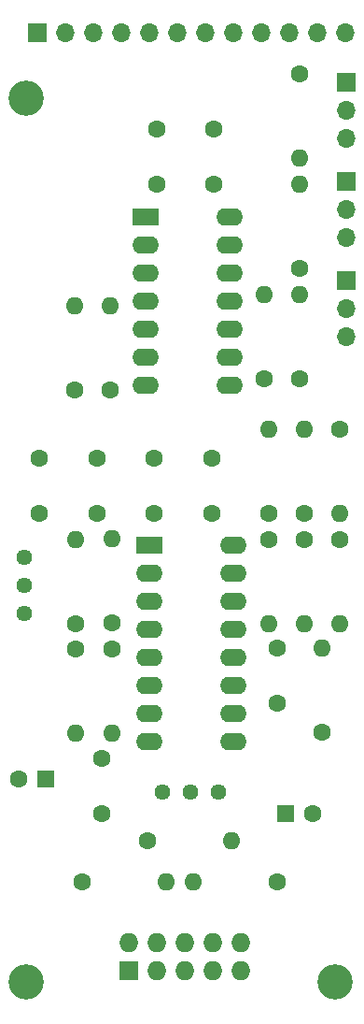
<source format=gbr>
%TF.GenerationSoftware,KiCad,Pcbnew,(5.1.9)-1*%
%TF.CreationDate,2021-09-28T20:21:57+01:00*%
%TF.ProjectId,1222 LMNC VCO ,31323232-204c-44d4-9e43-2056434f202e,rev?*%
%TF.SameCoordinates,Original*%
%TF.FileFunction,Soldermask,Bot*%
%TF.FilePolarity,Negative*%
%FSLAX46Y46*%
G04 Gerber Fmt 4.6, Leading zero omitted, Abs format (unit mm)*
G04 Created by KiCad (PCBNEW (5.1.9)-1) date 2021-09-28 20:21:57*
%MOMM*%
%LPD*%
G01*
G04 APERTURE LIST*
%ADD10C,3.200000*%
%ADD11O,2.400000X1.600000*%
%ADD12R,2.400000X1.600000*%
%ADD13C,1.440000*%
%ADD14O,1.700000X1.700000*%
%ADD15R,1.700000X1.700000*%
%ADD16O,1.600000X1.600000*%
%ADD17C,1.600000*%
%ADD18R,1.727200X1.727200*%
%ADD19O,1.727200X1.727200*%
%ADD20R,1.600000X1.600000*%
G04 APERTURE END LIST*
D10*
%TO.C,REF\u002A\u002A*%
X79000000Y-35800000D03*
%TD*%
%TO.C,REF\u002A\u002A*%
X79000000Y-115800000D03*
%TD*%
%TO.C,REF\u002A\u002A*%
X107000000Y-115800000D03*
%TD*%
D11*
%TO.C,U3*%
X97775000Y-76285000D03*
X90155000Y-94065000D03*
X97775000Y-78825000D03*
X90155000Y-91525000D03*
X97775000Y-81365000D03*
X90155000Y-88985000D03*
X97775000Y-83905000D03*
X90155000Y-86445000D03*
X97775000Y-86445000D03*
X90155000Y-83905000D03*
X97775000Y-88985000D03*
X90155000Y-81365000D03*
X97775000Y-91525000D03*
X90155000Y-78825000D03*
X97775000Y-94065000D03*
D12*
X90155000Y-76285000D03*
%TD*%
D11*
%TO.C,U1*%
X97445000Y-46550000D03*
X89825000Y-61790000D03*
X97445000Y-49090000D03*
X89825000Y-59250000D03*
X97445000Y-51630000D03*
X89825000Y-56710000D03*
X97445000Y-54170000D03*
X89825000Y-54170000D03*
X97445000Y-56710000D03*
X89825000Y-51630000D03*
X97445000Y-59250000D03*
X89825000Y-49090000D03*
X97445000Y-61790000D03*
D12*
X89825000Y-46550000D03*
%TD*%
D13*
%TO.C,RV6*%
X91320000Y-98600000D03*
X93860000Y-98600000D03*
X96400000Y-98600000D03*
%TD*%
D14*
%TO.C,TUNE*%
X108000000Y-39400000D03*
X108000000Y-36860000D03*
D15*
X108000000Y-34320000D03*
%TD*%
D14*
%TO.C,PW*%
X108000000Y-48400000D03*
X108000000Y-45860000D03*
D15*
X108000000Y-43320000D03*
%TD*%
D14*
%TO.C,PW ATT*%
X108000000Y-57400000D03*
X108000000Y-54860000D03*
D15*
X108000000Y-52320000D03*
%TD*%
D13*
%TO.C,RV1*%
X78800000Y-82400000D03*
X78800000Y-79860000D03*
X78800000Y-77320000D03*
%TD*%
D16*
%TO.C,R22*%
X97600000Y-103000000D03*
D17*
X89980000Y-103000000D03*
%TD*%
D16*
%TO.C,R19*%
X104200000Y-65800000D03*
D17*
X104200000Y-73420000D03*
%TD*%
D16*
%TO.C,R18*%
X107400000Y-73400000D03*
D17*
X107400000Y-65780000D03*
%TD*%
D16*
%TO.C,R17*%
X83400000Y-54600000D03*
D17*
X83400000Y-62220000D03*
%TD*%
D16*
%TO.C,R16*%
X86600000Y-54600000D03*
D17*
X86600000Y-62220000D03*
%TD*%
D16*
%TO.C,R15*%
X103800000Y-41200000D03*
D17*
X103800000Y-33580000D03*
%TD*%
D16*
%TO.C,R14*%
X100600000Y-53600000D03*
D17*
X100600000Y-61220000D03*
%TD*%
D16*
%TO.C,R13*%
X103800000Y-53600000D03*
D17*
X103800000Y-61220000D03*
%TD*%
D16*
%TO.C,R12*%
X103800000Y-43580000D03*
D17*
X103800000Y-51200000D03*
%TD*%
D16*
%TO.C,R11*%
X86800000Y-93300000D03*
D17*
X86800000Y-85680000D03*
%TD*%
D16*
%TO.C,R10*%
X105800000Y-85600000D03*
D17*
X105800000Y-93220000D03*
%TD*%
D16*
%TO.C,R9*%
X101000000Y-65800000D03*
D17*
X101000000Y-73420000D03*
%TD*%
D16*
%TO.C,R8*%
X83475000Y-93300000D03*
D17*
X83475000Y-85680000D03*
%TD*%
D16*
%TO.C,R7*%
X94125000Y-106700000D03*
D17*
X101745000Y-106700000D03*
%TD*%
D16*
%TO.C,R6*%
X91650000Y-106700000D03*
D17*
X84030000Y-106700000D03*
%TD*%
D16*
%TO.C,R5*%
X83475000Y-75725000D03*
D17*
X83475000Y-83345000D03*
%TD*%
D16*
%TO.C,R4*%
X107400000Y-83400000D03*
D17*
X107400000Y-75780000D03*
%TD*%
D16*
%TO.C,R3*%
X86800000Y-75700000D03*
D17*
X86800000Y-83320000D03*
%TD*%
D16*
%TO.C,R2*%
X104225000Y-83405000D03*
D17*
X104225000Y-75785000D03*
%TD*%
D16*
%TO.C,R1*%
X101000000Y-83400000D03*
D17*
X101000000Y-75780000D03*
%TD*%
D14*
%TO.C,J2*%
X107980000Y-29900000D03*
X105440000Y-29900000D03*
X102900000Y-29900000D03*
X100360000Y-29900000D03*
X97820000Y-29900000D03*
X95280000Y-29900000D03*
X92740000Y-29900000D03*
X90200000Y-29900000D03*
X87660000Y-29900000D03*
X85120000Y-29900000D03*
X82580000Y-29900000D03*
D15*
X80040000Y-29900000D03*
%TD*%
D18*
%TO.C,J1*%
X88325000Y-114825000D03*
D19*
X88325000Y-112285000D03*
X90865000Y-114825000D03*
X90865000Y-112285000D03*
X93405000Y-114825000D03*
X93405000Y-112285000D03*
X95945000Y-114825000D03*
X95945000Y-112285000D03*
X98485000Y-114825000D03*
X98485000Y-112285000D03*
%TD*%
D17*
%TO.C,C12*%
X80200000Y-68400000D03*
X80200000Y-73400000D03*
%TD*%
%TO.C,C9*%
X78300000Y-97400000D03*
D20*
X80800000Y-97400000D03*
%TD*%
D17*
%TO.C,C8*%
X105000000Y-100600000D03*
D20*
X102500000Y-100600000D03*
%TD*%
D17*
%TO.C,C7*%
X85400000Y-73400000D03*
X85400000Y-68400000D03*
%TD*%
%TO.C,C6*%
X101800000Y-85600000D03*
X101800000Y-90600000D03*
%TD*%
%TO.C,C5*%
X85800000Y-100600000D03*
X85800000Y-95600000D03*
%TD*%
%TO.C,C4*%
X90600000Y-68400000D03*
X90600000Y-73400000D03*
%TD*%
%TO.C,C3*%
X90800000Y-43600000D03*
X90800000Y-38600000D03*
%TD*%
%TO.C,C2*%
X96000000Y-43600000D03*
X96000000Y-38600000D03*
%TD*%
%TO.C,C1*%
X95800000Y-73400000D03*
X95800000Y-68400000D03*
%TD*%
M02*

</source>
